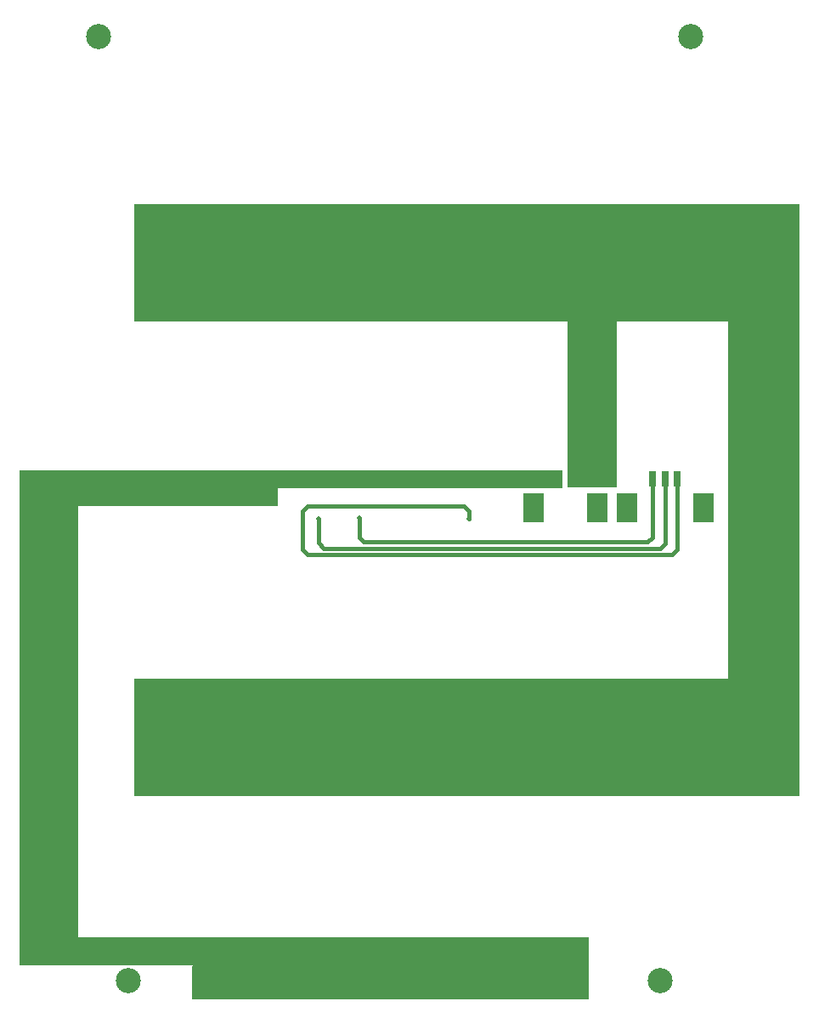
<source format=gbl>
G04 Layer_Physical_Order=2*
G04 Layer_Color=16711680*
%FSLAX25Y25*%
%MOIN*%
G70*
G01*
G75*
%ADD16C,0.01500*%
%ADD17C,0.01000*%
%ADD18C,0.09842*%
%ADD19C,0.45000*%
%ADD20C,0.02000*%
%ADD21R,0.08268X0.11811*%
%ADD22R,0.03150X0.06299*%
G36*
X322224Y268636D02*
X322224D01*
Y128636D01*
X322224D01*
Y82636D01*
X61224D01*
Y128636D01*
X294224D01*
Y268636D01*
X250500D01*
Y203636D01*
X231224D01*
Y210136D01*
Y268636D01*
X61224D01*
Y314636D01*
X322224D01*
Y268636D01*
D02*
G37*
G36*
X229224Y203136D02*
X117500D01*
Y196136D01*
X39370D01*
X39370Y27136D01*
X239500Y27136D01*
X239500Y16136D01*
Y2701D01*
X84000D01*
Y15847D01*
X84289Y16136D01*
X16224D01*
X16224Y27136D01*
X16224D01*
X16224Y197136D01*
X16224D01*
Y210136D01*
X229224D01*
Y203136D01*
D02*
G37*
D16*
X192724Y191136D02*
Y194136D01*
X190724Y196136D02*
X192724Y194136D01*
X129224Y196136D02*
X190724D01*
X127224Y194136D02*
X129224Y196136D01*
X127224Y179136D02*
Y194136D01*
X129224Y177136D02*
X272224D01*
X127224Y179136D02*
X129224Y177136D01*
X264539Y183951D02*
Y206760D01*
X262724Y182136D02*
X264539Y183951D01*
X151224Y182136D02*
X262724D01*
X269461Y181372D02*
Y206760D01*
X267724Y179636D02*
X269461Y181372D01*
X135724Y179636D02*
X267724D01*
X133673Y181687D02*
X135724Y179636D01*
X274382Y179293D02*
Y206760D01*
X272224Y177136D02*
X274382Y179293D01*
X149421Y183939D02*
X151224Y182136D01*
X149421Y183939D02*
Y191333D01*
X133673Y181687D02*
Y191187D01*
D17*
X242533Y209445D02*
Y291663D01*
X239848Y206760D02*
X242533Y209445D01*
X232846Y206760D02*
X239848D01*
D18*
X267717Y10043D02*
D03*
X59055Y10043D02*
D03*
X279527Y380122D02*
D03*
X47244D02*
D03*
D19*
X242535Y105663D02*
D03*
X163323D02*
D03*
X84114D02*
D03*
X242533Y291663D02*
D03*
X163323D02*
D03*
X84112D02*
D03*
D20*
X217224Y209136D02*
D03*
Y206636D02*
D03*
Y204136D02*
D03*
X214724Y209136D02*
D03*
Y206636D02*
D03*
Y204136D02*
D03*
X212224Y209136D02*
D03*
Y204136D02*
D03*
X194000Y13201D02*
D03*
X196500D02*
D03*
X199000D02*
D03*
X201500D02*
D03*
X204000D02*
D03*
X206500D02*
D03*
X70224Y199551D02*
D03*
X131000Y13201D02*
D03*
X128500D02*
D03*
X126000D02*
D03*
X123500D02*
D03*
X121000D02*
D03*
X118500D02*
D03*
X212224Y206636D02*
D03*
X192724Y191136D02*
D03*
X149421Y191333D02*
D03*
X133673Y191187D02*
D03*
X63224Y20136D02*
D03*
X60724D02*
D03*
X58224D02*
D03*
X55724D02*
D03*
X53224D02*
D03*
X50724D02*
D03*
X82724Y199551D02*
D03*
X80224D02*
D03*
X77724D02*
D03*
X75224D02*
D03*
X72724D02*
D03*
X62724D02*
D03*
X60224D02*
D03*
X57724D02*
D03*
X55224D02*
D03*
X52724D02*
D03*
X50224D02*
D03*
D21*
X242886Y195343D02*
D03*
X217886Y195343D02*
D03*
X254500Y195343D02*
D03*
X284421D02*
D03*
D22*
X227925Y206760D02*
D03*
X232846D02*
D03*
X274382D02*
D03*
X269461D02*
D03*
X264539D02*
D03*
M02*

</source>
